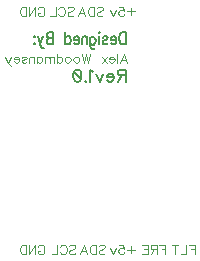
<source format=gbo>
G04 DipTrace 3.0.0.2*
G04 BottomSilk.GBO*
%MOIN*%
G04 #@! TF.FileFunction,Legend,Bot*
G04 #@! TF.Part,Single*
%ADD39C,0.004632*%
%ADD40C,0.006176*%
%FSLAX26Y26*%
G04*
G70*
G90*
G75*
G01*
G04 BotSilk*
%LPD*%
X679036Y1222082D2*
D39*
X680462Y1224934D1*
X683347Y1227819D1*
X686199Y1229245D1*
X691936D1*
X694821Y1227819D1*
X697673Y1224934D1*
X699132Y1222082D1*
X700558Y1217771D1*
Y1210575D1*
X699132Y1206297D1*
X697673Y1203412D1*
X694821Y1200560D1*
X691936Y1199101D1*
X686199D1*
X683347Y1200560D1*
X680462Y1203412D1*
X679036Y1206297D1*
Y1210575D1*
X686199D1*
X649677Y1229245D2*
Y1199101D1*
X669773Y1229245D1*
Y1199101D1*
X640413Y1229245D2*
Y1199101D1*
X630365D1*
X626054Y1200560D1*
X623169Y1203412D1*
X621743Y1206297D1*
X620317Y1210575D1*
Y1217771D1*
X621743Y1222082D1*
X623169Y1224934D1*
X626054Y1227819D1*
X630365Y1229245D1*
X640413D1*
X777564Y1224934D2*
X780416Y1227819D1*
X784727Y1229245D1*
X790464D1*
X794775Y1227819D1*
X797660Y1224934D1*
Y1222082D1*
X796201Y1219197D1*
X794775Y1217771D1*
X791923Y1216345D1*
X783301Y1213460D1*
X780416Y1212034D1*
X778990Y1210575D1*
X777564Y1207723D1*
Y1203412D1*
X780416Y1200560D1*
X784727Y1199101D1*
X790464D1*
X794775Y1200560D1*
X797660Y1203412D1*
X746779Y1222082D2*
X748205Y1224934D1*
X751090Y1227819D1*
X753941Y1229245D1*
X759678D1*
X762564Y1227819D1*
X765415Y1224934D1*
X766875Y1222082D1*
X768301Y1217771D1*
Y1210575D1*
X766875Y1206297D1*
X765415Y1203412D1*
X762564Y1200560D1*
X759678Y1199101D1*
X753941D1*
X751090Y1200560D1*
X748205Y1203412D1*
X746779Y1206297D1*
X737515Y1229245D2*
Y1199101D1*
X720304D1*
X875643Y1224934D2*
X878495Y1227819D1*
X882806Y1229245D1*
X888543D1*
X892854Y1227819D1*
X895739Y1224934D1*
Y1222082D1*
X894280Y1219197D1*
X892854Y1217771D1*
X890002Y1216345D1*
X881380Y1213460D1*
X878495Y1212034D1*
X877069Y1210575D1*
X875643Y1207723D1*
Y1203412D1*
X878495Y1200560D1*
X882806Y1199101D1*
X888543D1*
X892854Y1200560D1*
X895739Y1203412D1*
X866380Y1229245D2*
Y1199101D1*
X856332D1*
X852021Y1200560D1*
X849136Y1203412D1*
X847710Y1206297D1*
X846284Y1210575D1*
Y1217771D1*
X847710Y1222082D1*
X849136Y1224934D1*
X852021Y1227819D1*
X856332Y1229245D1*
X866380D1*
X814039Y1199101D2*
X825546Y1229245D1*
X837020Y1199101D1*
X832709Y1209149D2*
X818350D1*
X989034Y1227073D2*
Y1201240D1*
X1001934Y1214140D2*
X976101D1*
X949627Y1229212D2*
X963953D1*
X965379Y1216312D1*
X963953Y1217738D1*
X959642Y1219197D1*
X955364D1*
X951053Y1217738D1*
X948168Y1214886D1*
X946742Y1210575D1*
Y1207723D1*
X948168Y1203412D1*
X951053Y1200527D1*
X955364Y1199101D1*
X959642D1*
X963953Y1200527D1*
X965379Y1201986D1*
X966838Y1204838D1*
X937478Y1219197D2*
X928856Y1199101D1*
X920267Y1219197D1*
X679047Y428415D2*
X680473Y431267D1*
X683358Y434152D1*
X686210Y435578D1*
X691947D1*
X694832Y434152D1*
X697684Y431267D1*
X699143Y428415D1*
X700569Y424104D1*
Y416908D1*
X699143Y412630D1*
X697684Y409745D1*
X694832Y406893D1*
X691947Y405434D1*
X686210D1*
X683358Y406893D1*
X680473Y409745D1*
X679047Y412630D1*
Y416908D1*
X686210D1*
X649687Y435578D2*
Y405434D1*
X669783Y435578D1*
Y405434D1*
X640424Y435578D2*
Y405434D1*
X630376D1*
X626065Y406893D1*
X623180Y409745D1*
X621754Y412630D1*
X620328Y416908D1*
Y424104D1*
X621754Y428415D1*
X623180Y431267D1*
X626065Y434152D1*
X630376Y435578D1*
X640424D1*
X783824Y431267D2*
X786676Y434152D1*
X790987Y435578D1*
X796724D1*
X801035Y434152D1*
X803920Y431267D1*
Y428415D1*
X802461Y425530D1*
X801035Y424104D1*
X798183Y422678D1*
X789561Y419793D1*
X786676Y418367D1*
X785250Y416908D1*
X783824Y414056D1*
Y409745D1*
X786676Y406893D1*
X790987Y405434D1*
X796724D1*
X801035Y406893D1*
X803920Y409745D1*
X753038Y428415D2*
X754464Y431267D1*
X757349Y434152D1*
X760201Y435578D1*
X765938D1*
X768823Y434152D1*
X771675Y431267D1*
X773134Y428415D1*
X774560Y424104D1*
Y416908D1*
X773134Y412630D1*
X771675Y409745D1*
X768823Y406893D1*
X765938Y405434D1*
X760201D1*
X757349Y406893D1*
X754464Y409745D1*
X753038Y412630D1*
X743775Y435578D2*
Y405434D1*
X726564D1*
X881903Y431267D2*
X884755Y434152D1*
X889066Y435578D1*
X894803D1*
X899114Y434152D1*
X901999Y431267D1*
Y428415D1*
X900540Y425530D1*
X899114Y424104D1*
X896262Y422678D1*
X887640Y419793D1*
X884755Y418367D1*
X883329Y416908D1*
X881903Y414056D1*
Y409745D1*
X884755Y406893D1*
X889066Y405434D1*
X894803D1*
X899114Y406893D1*
X901999Y409745D1*
X872639Y435578D2*
Y405434D1*
X862591D1*
X858280Y406893D1*
X855395Y409745D1*
X853969Y412630D1*
X852543Y416908D1*
Y424104D1*
X853969Y428415D1*
X855395Y431267D1*
X858280Y434152D1*
X862591Y435578D1*
X872639D1*
X820299Y405434D2*
X831806Y435578D1*
X843280Y405434D1*
X838969Y415482D2*
X824610D1*
X1083785Y435578D2*
X1102455D1*
Y405434D1*
Y421219D2*
X1090981D1*
X1074521D2*
X1061621D1*
X1057310Y422678D1*
X1055851Y424104D1*
X1054425Y426956D1*
Y429841D1*
X1055851Y432693D1*
X1057310Y434152D1*
X1061621Y435578D1*
X1074521D1*
Y405434D1*
X1064473Y421219D2*
X1054425Y405434D1*
X1026525Y435578D2*
X1045161D1*
Y405434D1*
X1026525D1*
X1045161Y421219D2*
X1033687D1*
X1182374Y435578D2*
X1201044D1*
Y405434D1*
Y421219D2*
X1189570D1*
X1173111Y435578D2*
Y405434D1*
X1155900D1*
X1136588Y435578D2*
Y405434D1*
X1146636Y435578D2*
X1126540D1*
X989045Y433406D2*
Y407573D1*
X1001945Y420473D2*
X976112D1*
X949637Y435545D2*
X963963D1*
X965389Y422645D1*
X963963Y424071D1*
X959652Y425530D1*
X955374D1*
X951063Y424071D1*
X948178Y421219D1*
X946752Y416908D1*
Y414056D1*
X948178Y409745D1*
X951063Y406860D1*
X955374Y405434D1*
X959652D1*
X963963Y406860D1*
X965389Y408319D1*
X966848Y411171D1*
X937489Y425530D2*
X928867Y405434D1*
X920278Y425530D1*
X971100Y1144972D2*
D40*
Y1104780D1*
X960382D1*
X955784Y1106726D1*
X952706Y1110528D1*
X951185Y1114375D1*
X949664Y1120079D1*
Y1129674D1*
X951185Y1135422D1*
X952706Y1139224D1*
X955784Y1143071D1*
X960382Y1144972D1*
X971100D1*
X939783Y1120079D2*
X921425D1*
Y1123926D1*
X922946Y1127773D1*
X924467Y1129674D1*
X927544Y1131575D1*
X932143D1*
X935185Y1129674D1*
X938262Y1125827D1*
X939783Y1120079D1*
Y1116276D1*
X938262Y1110528D1*
X935185Y1106726D1*
X932143Y1104780D1*
X927544D1*
X924467Y1106726D1*
X921425Y1110528D1*
X894706Y1125827D2*
X896227Y1129674D1*
X900826Y1131575D1*
X905424D1*
X910023Y1129674D1*
X911544Y1125827D1*
X910023Y1122025D1*
X906945Y1120079D1*
X899305Y1118178D1*
X896227Y1116276D1*
X894706Y1112430D1*
Y1110528D1*
X896227Y1106726D1*
X900826Y1104780D1*
X905424D1*
X910023Y1106726D1*
X911544Y1110528D1*
X884825Y1144972D2*
X883304Y1143071D1*
X881748Y1144972D1*
X883304Y1146918D1*
X884825Y1144972D1*
X883304Y1131575D2*
Y1104780D1*
X853508Y1129674D2*
Y1099032D1*
X855029Y1093329D1*
X856550Y1091383D1*
X859628Y1089482D1*
X864226D1*
X867268Y1091383D1*
X853508Y1123926D2*
X856550Y1127728D1*
X859628Y1129674D1*
X864226D1*
X867268Y1127728D1*
X870346Y1123926D1*
X871867Y1118178D1*
Y1114331D1*
X870346Y1108627D1*
X867268Y1104780D1*
X864226Y1102879D1*
X859628D1*
X856550Y1104780D1*
X853508Y1108627D1*
X843627Y1131575D2*
Y1104780D1*
Y1123926D2*
X839029Y1129674D1*
X835951Y1131575D1*
X831388D1*
X828311Y1129674D1*
X826790Y1123926D1*
Y1104780D1*
X816909Y1120079D2*
X798550D1*
Y1123926D1*
X800071Y1127773D1*
X801592Y1129674D1*
X804670Y1131575D1*
X809268D1*
X812310Y1129674D1*
X815388Y1125827D1*
X816909Y1120079D1*
Y1116276D1*
X815388Y1110528D1*
X812310Y1106726D1*
X809268Y1104780D1*
X804670D1*
X801592Y1106726D1*
X798550Y1110528D1*
X770311Y1144972D2*
Y1104780D1*
Y1125827D2*
X773353Y1129674D1*
X776430Y1131575D1*
X781029D1*
X784071Y1129674D1*
X787148Y1125827D1*
X788669Y1120079D1*
Y1116276D1*
X787148Y1110528D1*
X784071Y1106726D1*
X781029Y1104780D1*
X776430D1*
X773353Y1106726D1*
X770311Y1110528D1*
X729325Y1144972D2*
Y1104780D1*
X715530D1*
X710931Y1106726D1*
X709410Y1108627D1*
X707889Y1112430D1*
Y1118178D1*
X709410Y1122025D1*
X710931Y1123926D1*
X715530Y1125827D1*
X710931Y1127773D1*
X709410Y1129674D1*
X707889Y1133476D1*
Y1137323D1*
X709410Y1141126D1*
X710931Y1143071D1*
X715530Y1144972D1*
X729325D1*
Y1125827D2*
X715530D1*
X696452Y1131575D2*
X687290Y1104780D1*
X690333Y1097131D1*
X693410Y1093284D1*
X696452Y1091383D1*
X698008D1*
X678094Y1131575D2*
X687290Y1104780D1*
X666656Y1131575D2*
X668213Y1129630D1*
X666656Y1127728D1*
X665135Y1129630D1*
X666656Y1131575D1*
Y1108627D2*
X668213Y1106682D1*
X666656Y1104780D1*
X665135Y1106682D1*
X666656Y1108627D1*
X952730Y1043220D2*
D39*
X964238Y1073364D1*
X975712Y1043220D1*
X971401Y1053268D2*
X957041D1*
X943467Y1073364D2*
Y1043220D1*
X934203Y1054694D2*
X916992D1*
Y1057579D1*
X918418Y1060464D1*
X919844Y1061890D1*
X922729Y1063316D1*
X927040D1*
X929892Y1061890D1*
X932777Y1059005D1*
X934203Y1054694D1*
Y1051842D1*
X932777Y1047531D1*
X929892Y1044679D1*
X927040Y1043220D1*
X922729D1*
X919844Y1044679D1*
X916992Y1047531D1*
X907729Y1063316D2*
X891944Y1043220D1*
Y1063316D2*
X907729Y1043220D1*
X853520Y1073364D2*
X846324Y1043220D1*
X839161Y1073364D1*
X831998Y1043220D1*
X824802Y1073364D1*
X808375Y1063316D2*
X811227Y1061890D1*
X814112Y1059005D1*
X815538Y1054694D1*
Y1051842D1*
X814112Y1047531D1*
X811227Y1044679D1*
X808375Y1043220D1*
X804064D1*
X801179Y1044679D1*
X798327Y1047531D1*
X796868Y1051842D1*
Y1054694D1*
X798327Y1059005D1*
X801179Y1061890D1*
X804064Y1063316D1*
X808375D1*
X780442D2*
X783294Y1061890D1*
X786179Y1059005D1*
X787605Y1054694D1*
Y1051842D1*
X786179Y1047531D1*
X783294Y1044679D1*
X780442Y1043220D1*
X776131D1*
X773246Y1044679D1*
X770394Y1047531D1*
X768935Y1051842D1*
Y1054694D1*
X770394Y1059005D1*
X773246Y1061890D1*
X776131Y1063316D1*
X780442D1*
X742460Y1073364D2*
Y1043220D1*
Y1059005D2*
X745312Y1061890D1*
X748197Y1063316D1*
X752508D1*
X755360Y1061890D1*
X758245Y1059005D1*
X759671Y1054694D1*
Y1051842D1*
X758245Y1047531D1*
X755360Y1044679D1*
X752508Y1043220D1*
X748197D1*
X745312Y1044679D1*
X742460Y1047531D1*
X733197Y1063316D2*
Y1043220D1*
Y1057579D2*
X728885Y1061890D1*
X726000Y1063316D1*
X721723D1*
X718837Y1061890D1*
X717412Y1057579D1*
Y1043220D1*
Y1057579D2*
X713101Y1061890D1*
X710215Y1063316D1*
X705938D1*
X703053Y1061890D1*
X701593Y1057579D1*
Y1043220D1*
X675119Y1063316D2*
Y1043220D1*
Y1059005D2*
X677971Y1061890D1*
X680856Y1063316D1*
X685134D1*
X688019Y1061890D1*
X690871Y1059005D1*
X692330Y1054694D1*
Y1051842D1*
X690871Y1047531D1*
X688019Y1044679D1*
X685134Y1043220D1*
X680856D1*
X677971Y1044679D1*
X675119Y1047531D1*
X665855Y1063316D2*
Y1043220D1*
Y1057579D2*
X661544Y1061890D1*
X658659Y1063316D1*
X654381D1*
X651496Y1061890D1*
X650070Y1057579D1*
Y1043220D1*
X625022Y1059005D2*
X626448Y1061890D1*
X630759Y1063316D1*
X635070D1*
X639381Y1061890D1*
X640807Y1059005D1*
X639381Y1056153D1*
X636496Y1054694D1*
X629333Y1053268D1*
X626448Y1051842D1*
X625022Y1048957D1*
Y1047531D1*
X626448Y1044679D1*
X630759Y1043220D1*
X635070D1*
X639381Y1044679D1*
X640807Y1047531D1*
X615758Y1054694D2*
X598547D1*
Y1057579D1*
X599973Y1060464D1*
X601399Y1061890D1*
X604284Y1063316D1*
X608595D1*
X611447Y1061890D1*
X614332Y1059005D1*
X615758Y1054694D1*
Y1051842D1*
X614332Y1047531D1*
X611447Y1044679D1*
X608595Y1043220D1*
X604284D1*
X601399Y1044679D1*
X598547Y1047531D1*
X587825Y1063316D2*
X579236Y1043220D1*
X582088Y1037483D1*
X584973Y1034598D1*
X587825Y1033172D1*
X589284D1*
X570614Y1063316D2*
X579236Y1043220D1*
X971069Y1000827D2*
D40*
X953870D1*
X948122Y1002773D1*
X946176Y1004674D1*
X944275Y1008476D1*
Y1012323D1*
X946176Y1016126D1*
X948122Y1018071D1*
X953870Y1019972D1*
X971069D1*
Y979780D1*
X957672Y1000827D2*
X944275Y979780D1*
X931923Y995079D2*
X908975D1*
Y998926D1*
X910877Y1002773D1*
X912778Y1004674D1*
X916625Y1006575D1*
X922373D1*
X926175Y1004674D1*
X930022Y1000827D1*
X931923Y995079D1*
Y991276D1*
X930022Y985528D1*
X926175Y981726D1*
X922373Y979780D1*
X916625D1*
X912778Y981726D1*
X908975Y985528D1*
X896624Y1006575D2*
X885128Y979780D1*
X873676Y1006575D1*
X861325Y1012279D2*
X857478Y1014224D1*
X851730Y1019928D1*
Y979780D1*
X837477Y983627D2*
X839379Y981682D1*
X837477Y979780D1*
X835532Y981682D1*
X837477Y983627D1*
X811684Y1019928D2*
X817432Y1018027D1*
X821279Y1012279D1*
X823180Y1002728D1*
Y996980D1*
X821279Y987430D1*
X817432Y981682D1*
X811684Y979780D1*
X807882D1*
X802134Y981682D1*
X798331Y987430D1*
X796386Y996980D1*
Y1002728D1*
X798331Y1012279D1*
X802134Y1018027D1*
X807882Y1019928D1*
X811684D1*
X798331Y1012279D2*
X821279Y987430D1*
M02*

</source>
